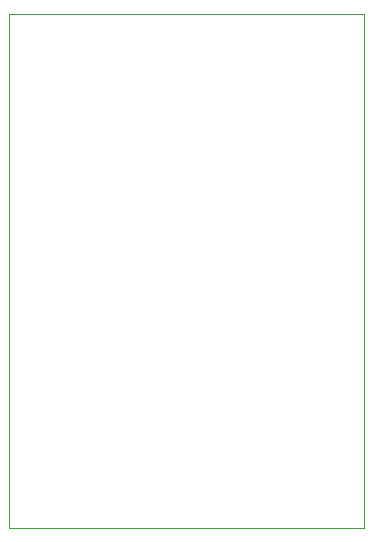
<source format=gbr>
%TF.GenerationSoftware,KiCad,Pcbnew,7.0.6-1.fc38*%
%TF.CreationDate,2023-08-09T19:30:45+03:00*%
%TF.ProjectId,msp430-breakout,6d737034-3330-42d6-9272-65616b6f7574,v.1.0*%
%TF.SameCoordinates,Original*%
%TF.FileFunction,Profile,NP*%
%FSLAX46Y46*%
G04 Gerber Fmt 4.6, Leading zero omitted, Abs format (unit mm)*
G04 Created by KiCad (PCBNEW 7.0.6-1.fc38) date 2023-08-09 19:30:45*
%MOMM*%
%LPD*%
G01*
G04 APERTURE LIST*
%TA.AperFunction,Profile*%
%ADD10C,0.100000*%
%TD*%
G04 APERTURE END LIST*
D10*
X70800000Y-33400000D02*
X100800000Y-33400000D01*
X100800000Y-77000000D01*
X70800000Y-77000000D01*
X70800000Y-33400000D01*
M02*

</source>
